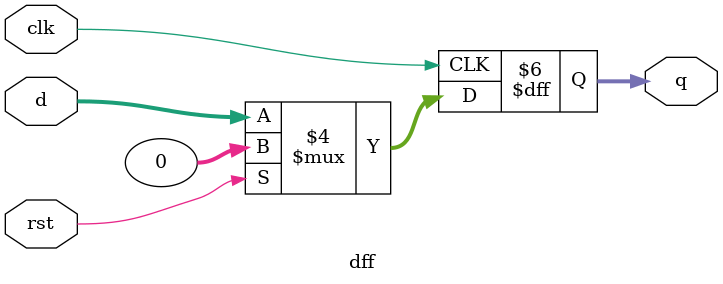
<source format=v>
module filterfir(clk,rst,x,dataout);
input [31:0]x;
input clk,rst;
output [31:0]dataout;
wire [31:0]d1,d2,d3;
wire [31:0]m1,m2,m3,m4,m5;
wire [31:0]d11,d12,d13,d14;
parameter h0= 3'b101;//5 
parameter h1=3'b100;//4
parameter h2=3'b011;//3
parameter h3=3'b010;//2
parameter h4=3'b001;//1
assign m1=  (x<<2)+x;//       x*h0;
dff u2(clk,rst,x,d11);
assign m2=(d11<<2);//d11*h1;
assign d1=m1+m2;
dff u4(clk,rst,d11,d12);
assign m3=(d12<<2)-d12 ;//d12*h2;
assign d2=d1+m3;
dff u6(clk,rst,d12,d13);
assign m4=(d13<<1);//d13*h3;
assign d3=d2+m4;
dff u8(clk,rst,d13,d14);
assign m5=d14;//d14*h4;
assign dataout=d3+m5;
endmodule

module dff(clk,rst,d,q);// sub module d flipflop
input clk,rst;
input [31:0]d;
output [31:0]q;
reg [31:0]q;
always@(posedge clk)
begin
if(rst==1)
begin
q=0;
end
else
begin
q=d;
end
end

endmodule


</source>
